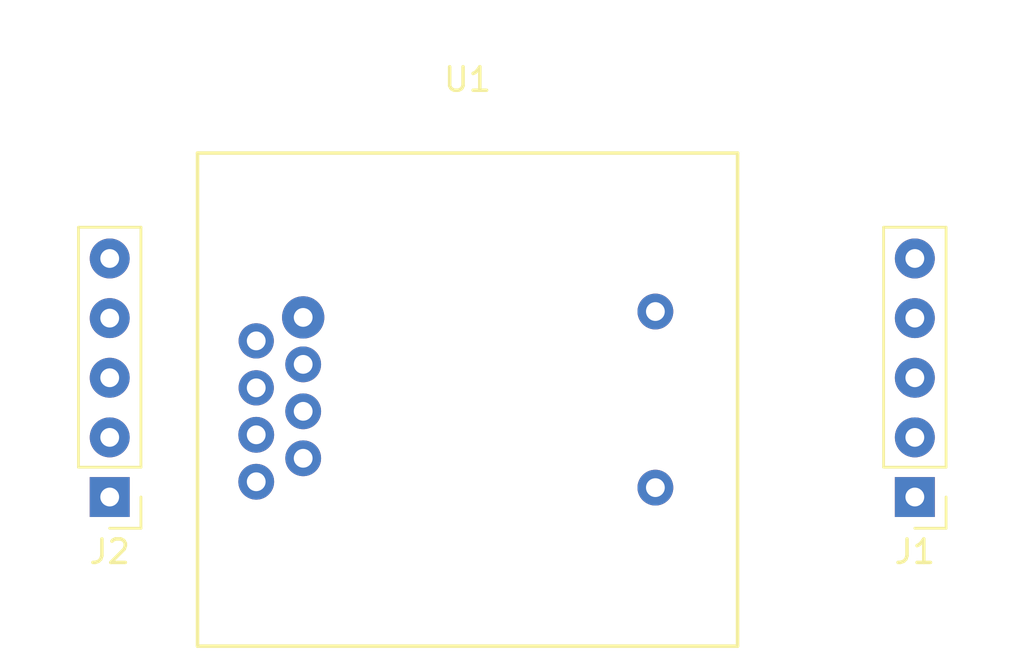
<source format=kicad_pcb>
(kicad_pcb (version 20171130) (host pcbnew "(5.0.0)")

  (general
    (thickness 1.6)
    (drawings 0)
    (tracks 0)
    (zones 0)
    (modules 3)
    (nets 11)
  )

  (page A4)
  (layers
    (0 F.Cu signal)
    (31 B.Cu signal)
    (32 B.Adhes user)
    (33 F.Adhes user)
    (34 B.Paste user)
    (35 F.Paste user)
    (36 B.SilkS user)
    (37 F.SilkS user)
    (38 B.Mask user)
    (39 F.Mask user)
    (40 Dwgs.User user)
    (41 Cmts.User user)
    (42 Eco1.User user)
    (43 Eco2.User user)
    (44 Edge.Cuts user)
    (45 Margin user)
    (46 B.CrtYd user)
    (47 F.CrtYd user)
    (48 B.Fab user)
    (49 F.Fab user)
  )

  (setup
    (last_trace_width 0.25)
    (trace_clearance 0.2)
    (zone_clearance 0.508)
    (zone_45_only no)
    (trace_min 0.2)
    (segment_width 0.2)
    (edge_width 0.15)
    (via_size 0.8)
    (via_drill 0.4)
    (via_min_size 0.4)
    (via_min_drill 0.3)
    (uvia_size 0.3)
    (uvia_drill 0.1)
    (uvias_allowed no)
    (uvia_min_size 0.2)
    (uvia_min_drill 0.1)
    (pcb_text_width 0.3)
    (pcb_text_size 1.5 1.5)
    (mod_edge_width 0.15)
    (mod_text_size 1 1)
    (mod_text_width 0.15)
    (pad_size 1.5 1.5)
    (pad_drill 0.8)
    (pad_to_mask_clearance 0.2)
    (aux_axis_origin 0 0)
    (visible_elements 7FFFFFFF)
    (pcbplotparams
      (layerselection 0x010fc_ffffffff)
      (usegerberextensions false)
      (usegerberattributes false)
      (usegerberadvancedattributes false)
      (creategerberjobfile false)
      (excludeedgelayer true)
      (linewidth 0.100000)
      (plotframeref false)
      (viasonmask false)
      (mode 1)
      (useauxorigin false)
      (hpglpennumber 1)
      (hpglpenspeed 20)
      (hpglpendiameter 15.000000)
      (psnegative false)
      (psa4output false)
      (plotreference true)
      (plotvalue true)
      (plotinvisibletext false)
      (padsonsilk false)
      (subtractmaskfromsilk false)
      (outputformat 1)
      (mirror false)
      (drillshape 1)
      (scaleselection 1)
      (outputdirectory ""))
  )

  (net 0 "")
  (net 1 "Net-(J1-Pad1)")
  (net 2 "Net-(J1-Pad2)")
  (net 3 "Net-(J1-Pad3)")
  (net 4 "Net-(J1-Pad4)")
  (net 5 "Net-(J1-Pad5)")
  (net 6 "Net-(J2-Pad1)")
  (net 7 "Net-(J2-Pad2)")
  (net 8 "Net-(J2-Pad3)")
  (net 9 "Net-(J2-Pad4)")
  (net 10 "Net-(J2-Pad5)")

  (net_class Default "Ceci est la Netclass par défaut."
    (clearance 0.2)
    (trace_width 0.25)
    (via_dia 0.8)
    (via_drill 0.4)
    (uvia_dia 0.3)
    (uvia_drill 0.1)
    (add_net "Net-(J1-Pad1)")
    (add_net "Net-(J1-Pad2)")
    (add_net "Net-(J1-Pad3)")
    (add_net "Net-(J1-Pad4)")
    (add_net "Net-(J1-Pad5)")
    (add_net "Net-(J2-Pad1)")
    (add_net "Net-(J2-Pad2)")
    (add_net "Net-(J2-Pad3)")
    (add_net "Net-(J2-Pad4)")
    (add_net "Net-(J2-Pad5)")
  )

  (module NKK:NKK_Switch (layer F.Cu) (tedit 5C90FD1E) (tstamp 5C90E6C9)
    (at 127 90.17)
    (path /5C90D744)
    (fp_text reference U1 (at 0 -24.13) (layer F.SilkS)
      (effects (font (size 1 1) (thickness 0.15)))
    )
    (fp_text value NKK_Smartswitch (at 0 -26.67) (layer F.Fab)
      (effects (font (size 1 1) (thickness 0.15)))
    )
    (fp_line (start 11.5 -21) (end 11.5 0) (layer F.SilkS) (width 0.15))
    (fp_line (start -11.5 -21) (end -11.5 0) (layer F.SilkS) (width 0.15))
    (fp_line (start -11.5 -21) (end 11.5 -21) (layer F.SilkS) (width 0.15))
    (fp_line (start -11.5 0) (end 11.5 0) (layer F.SilkS) (width 0.15))
    (pad 1 thru_hole circle (at 8 -6.75) (size 1.524 1.524) (drill 0.8) (layers *.Cu *.Mask)
      (net 5 "Net-(J1-Pad5)"))
    (pad 2 thru_hole circle (at 8 -14.25) (size 1.524 1.524) (drill 0.8) (layers *.Cu *.Mask)
      (net 4 "Net-(J1-Pad4)"))
    (pad 3 thru_hole circle (at -9 -7) (size 1.524 1.524) (drill 0.8) (layers *.Cu *.Mask)
      (net 3 "Net-(J1-Pad3)"))
    (pad 4 thru_hole circle (at -7 -8) (size 1.524 1.524) (drill 0.8) (layers *.Cu *.Mask)
      (net 6 "Net-(J2-Pad1)"))
    (pad 5 thru_hole circle (at -9 -9) (size 1.524 1.524) (drill 0.8) (layers *.Cu *.Mask)
      (net 7 "Net-(J2-Pad2)"))
    (pad 6 thru_hole circle (at -7 -10) (size 1.524 1.524) (drill 0.8) (layers *.Cu *.Mask)
      (net 8 "Net-(J2-Pad3)"))
    (pad 7 thru_hole circle (at -9 -11) (size 1.5 1.5) (drill 0.8) (layers *.Cu *.Mask)
      (net 9 "Net-(J2-Pad4)"))
    (pad 8 thru_hole circle (at -7 -12) (size 1.524 1.524) (drill 0.8) (layers *.Cu *.Mask)
      (net 10 "Net-(J2-Pad5)"))
    (pad 9 thru_hole circle (at -9 -13) (size 1.5 1.5) (drill 0.8) (layers *.Cu *.Mask)
      (net 2 "Net-(J1-Pad2)"))
    (pad 10 thru_hole circle (at -7 -14) (size 1.8 1.8) (drill 0.8) (layers *.Cu *.Mask)
      (net 1 "Net-(J1-Pad1)"))
  )

  (module NKK:conn_01x05 (layer F.Cu) (tedit 5C90F44F) (tstamp 5C99FB6F)
    (at 146.05 83.82 180)
    (descr "Through hole straight pin header, 1x05, 2.54mm pitch, single row")
    (tags "Through hole pin header THT 1x05 2.54mm single row")
    (path /5C90EAF2)
    (fp_text reference J1 (at 0 -2.33 180) (layer F.SilkS)
      (effects (font (size 1 1) (thickness 0.15)))
    )
    (fp_text value Conn_01x05 (at 0 12.49 180) (layer F.Fab)
      (effects (font (size 1 1) (thickness 0.15)))
    )
    (fp_line (start -0.635 -1.27) (end 1.27 -1.27) (layer F.Fab) (width 0.1))
    (fp_line (start 1.27 -1.27) (end 1.27 11.43) (layer F.Fab) (width 0.1))
    (fp_line (start 1.27 11.43) (end -1.27 11.43) (layer F.Fab) (width 0.1))
    (fp_line (start -1.27 11.43) (end -1.27 -0.635) (layer F.Fab) (width 0.1))
    (fp_line (start -1.27 -0.635) (end -0.635 -1.27) (layer F.Fab) (width 0.1))
    (fp_line (start -1.33 11.49) (end 1.33 11.49) (layer F.SilkS) (width 0.12))
    (fp_line (start -1.33 1.27) (end -1.33 11.49) (layer F.SilkS) (width 0.12))
    (fp_line (start 1.33 1.27) (end 1.33 11.49) (layer F.SilkS) (width 0.12))
    (fp_line (start -1.33 1.27) (end 1.33 1.27) (layer F.SilkS) (width 0.12))
    (fp_line (start -1.33 0) (end -1.33 -1.33) (layer F.SilkS) (width 0.12))
    (fp_line (start -1.33 -1.33) (end 0 -1.33) (layer F.SilkS) (width 0.12))
    (fp_line (start -1.8 -1.8) (end -1.8 11.95) (layer F.CrtYd) (width 0.05))
    (fp_line (start -1.8 11.95) (end 1.8 11.95) (layer F.CrtYd) (width 0.05))
    (fp_line (start 1.8 11.95) (end 1.8 -1.8) (layer F.CrtYd) (width 0.05))
    (fp_line (start 1.8 -1.8) (end -1.8 -1.8) (layer F.CrtYd) (width 0.05))
    (fp_text user %R (at 0 5.08 270) (layer F.Fab)
      (effects (font (size 1 1) (thickness 0.15)))
    )
    (pad 1 thru_hole rect (at 0 0 180) (size 1.7 1.7) (drill 0.8) (layers *.Cu *.Mask)
      (net 1 "Net-(J1-Pad1)"))
    (pad 2 thru_hole oval (at 0 2.54 180) (size 1.7 1.7) (drill 0.8) (layers *.Cu *.Mask)
      (net 2 "Net-(J1-Pad2)"))
    (pad 3 thru_hole oval (at 0 5.08 180) (size 1.7 1.7) (drill 0.8) (layers *.Cu *.Mask)
      (net 3 "Net-(J1-Pad3)"))
    (pad 4 thru_hole oval (at 0 7.62 180) (size 1.7 1.7) (drill 0.8) (layers *.Cu *.Mask)
      (net 4 "Net-(J1-Pad4)"))
    (pad 5 thru_hole oval (at 0 10.16 180) (size 1.7 1.7) (drill 0.8) (layers *.Cu *.Mask)
      (net 5 "Net-(J1-Pad5)"))
    (model ${KISYS3DMOD}/Connector_PinHeader_2.54mm.3dshapes/PinHeader_1x05_P2.54mm_Vertical.wrl
      (at (xyz 0 0 0))
      (scale (xyz 1 1 1))
      (rotate (xyz 0 0 0))
    )
  )

  (module NKK:conn_01x05 (layer F.Cu) (tedit 5C90F438) (tstamp 5C99FBD0)
    (at 111.76 83.82 180)
    (descr "Through hole straight pin header, 1x05, 2.54mm pitch, single row")
    (tags "Through hole pin header THT 1x05 2.54mm single row")
    (path /5C90E962)
    (fp_text reference J2 (at 0 -2.33 180) (layer F.SilkS)
      (effects (font (size 1 1) (thickness 0.15)))
    )
    (fp_text value Conn_01x05 (at 0 12.49 180) (layer F.Fab)
      (effects (font (size 1 1) (thickness 0.15)))
    )
    (fp_line (start -0.635 -1.27) (end 1.27 -1.27) (layer F.Fab) (width 0.1))
    (fp_line (start 1.27 -1.27) (end 1.27 11.43) (layer F.Fab) (width 0.1))
    (fp_line (start 1.27 11.43) (end -1.27 11.43) (layer F.Fab) (width 0.1))
    (fp_line (start -1.27 11.43) (end -1.27 -0.635) (layer F.Fab) (width 0.1))
    (fp_line (start -1.27 -0.635) (end -0.635 -1.27) (layer F.Fab) (width 0.1))
    (fp_line (start -1.33 11.49) (end 1.33 11.49) (layer F.SilkS) (width 0.12))
    (fp_line (start -1.33 1.27) (end -1.33 11.49) (layer F.SilkS) (width 0.12))
    (fp_line (start 1.33 1.27) (end 1.33 11.49) (layer F.SilkS) (width 0.12))
    (fp_line (start -1.33 1.27) (end 1.33 1.27) (layer F.SilkS) (width 0.12))
    (fp_line (start -1.33 0) (end -1.33 -1.33) (layer F.SilkS) (width 0.12))
    (fp_line (start -1.33 -1.33) (end 0 -1.33) (layer F.SilkS) (width 0.12))
    (fp_line (start -1.8 -1.8) (end -1.8 11.95) (layer F.CrtYd) (width 0.05))
    (fp_line (start -1.8 11.95) (end 1.8 11.95) (layer F.CrtYd) (width 0.05))
    (fp_line (start 1.8 11.95) (end 1.8 -1.8) (layer F.CrtYd) (width 0.05))
    (fp_line (start 1.8 -1.8) (end -1.8 -1.8) (layer F.CrtYd) (width 0.05))
    (fp_text user %R (at 0 5.08 270) (layer F.Fab)
      (effects (font (size 1 1) (thickness 0.15)))
    )
    (pad 1 thru_hole rect (at 0 0 180) (size 1.7 1.7) (drill 0.8) (layers *.Cu *.Mask)
      (net 6 "Net-(J2-Pad1)"))
    (pad 2 thru_hole oval (at 0 2.54 180) (size 1.7 1.7) (drill 0.8) (layers *.Cu *.Mask)
      (net 7 "Net-(J2-Pad2)"))
    (pad 3 thru_hole oval (at 0 5.08 180) (size 1.7 1.7) (drill 0.8) (layers *.Cu *.Mask)
      (net 8 "Net-(J2-Pad3)"))
    (pad 4 thru_hole oval (at 0 7.62 180) (size 1.7 1.7) (drill 0.8) (layers *.Cu *.Mask)
      (net 9 "Net-(J2-Pad4)"))
    (pad 5 thru_hole oval (at 0 10.16 180) (size 1.7 1.7) (drill 0.8) (layers *.Cu *.Mask)
      (net 10 "Net-(J2-Pad5)"))
    (model ${KISYS3DMOD}/Connector_PinHeader_2.54mm.3dshapes/PinHeader_1x05_P2.54mm_Vertical.wrl
      (at (xyz 0 0 0))
      (scale (xyz 1 1 1))
      (rotate (xyz 0 0 0))
    )
  )

)

</source>
